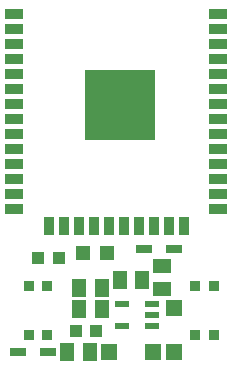
<source format=gbr>
G04 EAGLE Gerber RS-274X export*
G75*
%MOMM*%
%FSLAX34Y34*%
%LPD*%
%INSolderpaste Top*%
%IPPOS*%
%AMOC8*
5,1,8,0,0,1.08239X$1,22.5*%
G01*
%ADD10R,1.240000X1.500000*%
%ADD11R,1.200000X0.550000*%
%ADD12R,1.500000X1.240000*%
%ADD13R,1.075000X1.000000*%
%ADD14R,1.350000X0.800000*%
%ADD15R,1.400000X1.400000*%
%ADD16R,0.900000X0.900000*%
%ADD17R,1.200000X1.200000*%
%ADD18R,1.500000X0.900000*%
%ADD19R,0.900000X1.500000*%
%ADD20R,6.000000X6.000000*%


D10*
X95910Y110490D03*
X114910Y110490D03*
D11*
X157781Y95910D03*
X157781Y105410D03*
X157781Y114910D03*
X131779Y114910D03*
X131779Y95910D03*
D12*
X166370Y127660D03*
X166370Y146660D03*
D13*
X93100Y91440D03*
X110100Y91440D03*
D14*
X44450Y73660D03*
X69850Y73660D03*
X151130Y161290D03*
X176530Y161290D03*
D15*
X158200Y73660D03*
X121200Y73660D03*
X176530Y111210D03*
X176530Y74210D03*
D16*
X52960Y129720D03*
X68960Y129720D03*
X68960Y88720D03*
X52960Y88720D03*
X193930Y129720D03*
X209930Y129720D03*
X209930Y88720D03*
X193930Y88720D03*
D17*
X119720Y157480D03*
X98720Y157480D03*
D13*
X61350Y153670D03*
X78350Y153670D03*
D18*
X41000Y359880D03*
X41000Y347180D03*
X41000Y334480D03*
X41000Y321780D03*
X41000Y309080D03*
X41000Y296380D03*
X41000Y283680D03*
X41000Y270980D03*
X41000Y258280D03*
X41000Y245580D03*
X41000Y232880D03*
X41000Y220180D03*
X41000Y207480D03*
X41000Y194780D03*
D19*
X70000Y180880D03*
X82700Y180880D03*
X95400Y180880D03*
X108100Y180880D03*
X120800Y180880D03*
X133500Y180880D03*
X146200Y180880D03*
X158900Y180880D03*
X171600Y180880D03*
X184300Y180880D03*
D18*
X213000Y194780D03*
X213000Y207480D03*
X213000Y220180D03*
X213000Y232880D03*
X213000Y245580D03*
X213000Y258280D03*
X213000Y270980D03*
X213000Y283680D03*
X213000Y296380D03*
X213000Y309080D03*
X213000Y321780D03*
X213000Y334480D03*
X213000Y347180D03*
X213000Y359880D03*
D20*
X130400Y282880D03*
D10*
X130200Y134620D03*
X149200Y134620D03*
X95910Y128270D03*
X114910Y128270D03*
X85750Y73660D03*
X104750Y73660D03*
M02*

</source>
